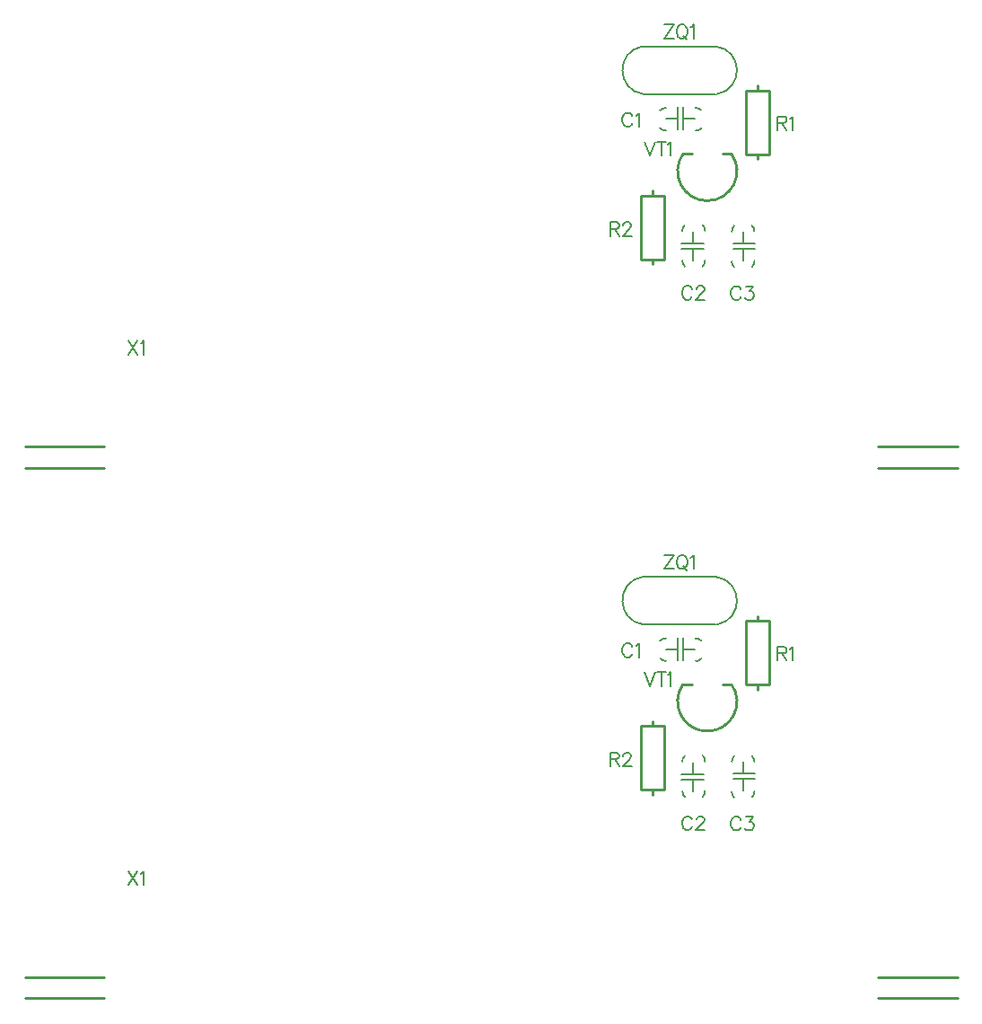
<source format=gto>
G04*
G04 #@! TF.GenerationSoftware,Altium Limited,Altium Designer,21.0.8 (223)*
G04*
G04 Layer_Color=65535*
%FSLAX44Y44*%
%MOMM*%
G71*
G04*
G04 #@! TF.SameCoordinates,78419CC2-0C4D-43F0-A895-43AD8DE1811A*
G04*
G04*
G04 #@! TF.FilePolarity,Positive*
G04*
G01*
G75*
%ADD14C,0.2540*%
%ADD26C,0.2000*%
%ADD27C,0.2500*%
%ADD28C,0.1500*%
D14*
X1137740Y316700D02*
X1212740D01*
X1137740Y336700D02*
X1212740D01*
X332740Y316700D02*
X407740D01*
X332740Y336700D02*
X407740D01*
X1137740Y816700D02*
X1212740D01*
X1137740Y836700D02*
X1212740D01*
X332740Y816700D02*
X407740D01*
X332740Y836700D02*
X407740D01*
D26*
X999584Y511394D02*
G03*
X1001871Y505909I6656J-444D01*
G01*
X1002027Y544935D02*
G03*
X999740Y539450I4369J-5041D01*
G01*
X1020896Y539506D02*
G03*
X1018609Y544991I-6656J444D01*
G01*
X1018769Y506258D02*
G03*
X1021030Y511754I-4393J5020D01*
G01*
X915490Y713950D02*
G03*
X916490Y668950I3733J-22428D01*
G01*
X985490D02*
G03*
X984490Y713950I-3733J22428D01*
G01*
X965571Y634519D02*
G03*
X971056Y636806I444J6656D01*
G01*
X932030Y636962D02*
G03*
X937515Y634675I5041J4369D01*
G01*
X937459Y655831D02*
G03*
X931974Y653544I-444J-6656D01*
G01*
X970707Y653704D02*
G03*
X965211Y655965I-5020J-4393D01*
G01*
X974396Y540006D02*
G03*
X972109Y545491I-6656J444D01*
G01*
X971953Y506465D02*
G03*
X974240Y511950I-4369J5041D01*
G01*
X953084Y511894D02*
G03*
X955371Y506409I6656J-444D01*
G01*
X955211Y545142D02*
G03*
X952950Y539646I4393J-5020D01*
G01*
X1010740Y512450D02*
Y522450D01*
X1000740Y523450D02*
X1021740D01*
X1000740Y528450D02*
X1021740D01*
X1010740Y529450D02*
Y539450D01*
X916490Y668950D02*
X984490D01*
X915490Y713950D02*
X984490D01*
X954515Y645675D02*
X964515D01*
X953515Y635675D02*
Y656675D01*
X948515Y635675D02*
Y656675D01*
X937515Y645675D02*
X947515D01*
X963240Y528950D02*
Y538950D01*
X952240Y527950D02*
X973240D01*
X952240Y522950D02*
X973240D01*
X963240Y511950D02*
Y521950D01*
X999584Y1011394D02*
G03*
X1001871Y1005909I6656J-444D01*
G01*
X1002027Y1044935D02*
G03*
X999740Y1039450I4369J-5041D01*
G01*
X1020896Y1039506D02*
G03*
X1018609Y1044991I-6656J444D01*
G01*
X1018769Y1006258D02*
G03*
X1021030Y1011754I-4393J5020D01*
G01*
X915490Y1213950D02*
G03*
X916490Y1168950I3733J-22428D01*
G01*
X985490D02*
G03*
X984490Y1213950I-3733J22428D01*
G01*
X965571Y1134519D02*
G03*
X971056Y1136806I444J6656D01*
G01*
X932030Y1136962D02*
G03*
X937515Y1134675I5041J4369D01*
G01*
X937459Y1155831D02*
G03*
X931974Y1153544I-444J-6656D01*
G01*
X970707Y1153704D02*
G03*
X965211Y1155965I-5020J-4393D01*
G01*
X974396Y1040006D02*
G03*
X972109Y1045491I-6656J444D01*
G01*
X971953Y1006465D02*
G03*
X974240Y1011950I-4369J5041D01*
G01*
X953084Y1011894D02*
G03*
X955371Y1006409I6656J-444D01*
G01*
X955211Y1045142D02*
G03*
X952950Y1039646I4393J-5020D01*
G01*
X1010740Y1012450D02*
Y1022450D01*
X1000740Y1023450D02*
X1021740D01*
X1000740Y1028450D02*
X1021740D01*
X1010740Y1029450D02*
Y1039450D01*
X916490Y1168950D02*
X984490D01*
X915490Y1213950D02*
X984490D01*
X954515Y1145675D02*
X964515D01*
X953515Y1135675D02*
Y1156675D01*
X948515Y1135675D02*
Y1156675D01*
X937515Y1145675D02*
X947515D01*
X963240Y1028950D02*
Y1038950D01*
X952240Y1027950D02*
X973240D01*
X952240Y1022950D02*
X973240D01*
X963240Y1011950D02*
Y1021950D01*
D27*
X953699Y612595D02*
G03*
X999379Y612598I22841J-16195D01*
G01*
X1024240Y672200D02*
Y676860D01*
X1013240Y672200D02*
X1035240D01*
X1013240Y612200D02*
Y672200D01*
Y612200D02*
X1035240D01*
Y672200D01*
X1024240Y607560D02*
Y612200D01*
X953699Y612595D02*
X962240Y612597D01*
X991240Y612598D02*
X999379Y612598D01*
X924740Y508540D02*
Y513200D01*
X913740D02*
X935740D01*
Y573200D01*
X913740D02*
X935740D01*
X913740Y513200D02*
Y573200D01*
X924740D02*
Y577840D01*
X953699Y1112595D02*
G03*
X999379Y1112598I22841J-16195D01*
G01*
X1024240Y1172200D02*
Y1176860D01*
X1013240Y1172200D02*
X1035240D01*
X1013240Y1112200D02*
Y1172200D01*
Y1112200D02*
X1035240D01*
Y1172200D01*
X1024240Y1107560D02*
Y1112200D01*
X953699Y1112595D02*
X962240Y1112597D01*
X991240Y1112598D02*
X999379Y1112598D01*
X924740Y1008540D02*
Y1013200D01*
X913740D02*
X935740D01*
Y1073200D01*
X913740D02*
X935740D01*
X913740Y1013200D02*
Y1073200D01*
X924740D02*
Y1077840D01*
D28*
X1008274Y484853D02*
X1007655Y486091D01*
X1006417Y487328D01*
X1005179Y487947D01*
X1002703D01*
X1001466Y487328D01*
X1000228Y486091D01*
X999609Y484853D01*
X998990Y482996D01*
Y479901D01*
X999609Y478045D01*
X1000228Y476807D01*
X1001466Y475569D01*
X1002703Y474950D01*
X1005179D01*
X1006417Y475569D01*
X1007655Y476807D01*
X1008274Y478045D01*
X1013163Y487947D02*
X1019971D01*
X1016258Y482996D01*
X1018114D01*
X1019352Y482377D01*
X1019971Y481758D01*
X1020590Y479901D01*
Y478663D01*
X1019971Y476807D01*
X1018733Y475569D01*
X1016877Y474950D01*
X1015020D01*
X1013163Y475569D01*
X1012544Y476188D01*
X1011925Y477426D01*
X1042740Y647947D02*
Y634950D01*
Y647947D02*
X1048310D01*
X1050167Y647328D01*
X1050786Y646709D01*
X1051405Y645472D01*
Y644234D01*
X1050786Y642996D01*
X1050167Y642377D01*
X1048310Y641758D01*
X1042740D01*
X1047072D02*
X1051405Y634950D01*
X1054314Y645472D02*
X1055552Y646090D01*
X1057408Y647947D01*
Y634950D01*
X884990Y548197D02*
Y535200D01*
Y548197D02*
X890560D01*
X892417Y547578D01*
X893036Y546959D01*
X893655Y545722D01*
Y544484D01*
X893036Y543246D01*
X892417Y542627D01*
X890560Y542008D01*
X884990D01*
X889322D02*
X893655Y535200D01*
X897183Y545103D02*
Y545722D01*
X897802Y546959D01*
X898420Y547578D01*
X899658Y548197D01*
X902134D01*
X903372Y547578D01*
X903991Y546959D01*
X904610Y545722D01*
Y544484D01*
X903991Y543246D01*
X902753Y541389D01*
X896564Y535200D01*
X905229D01*
X905774Y648103D02*
X905155Y649341D01*
X903917Y650578D01*
X902679Y651197D01*
X900203D01*
X898966Y650578D01*
X897728Y649341D01*
X897109Y648103D01*
X896490Y646246D01*
Y643151D01*
X897109Y641295D01*
X897728Y640057D01*
X898966Y638819D01*
X900203Y638200D01*
X902679D01*
X903917Y638819D01*
X905155Y640057D01*
X905774Y641295D01*
X909425Y648722D02*
X910663Y649341D01*
X912520Y651197D01*
Y638200D01*
X962024Y485103D02*
X961405Y486340D01*
X960167Y487578D01*
X958929Y488197D01*
X956453D01*
X955216Y487578D01*
X953978Y486340D01*
X953359Y485103D01*
X952740Y483246D01*
Y480151D01*
X953359Y478295D01*
X953978Y477057D01*
X955216Y475819D01*
X956453Y475200D01*
X958929D01*
X960167Y475819D01*
X961405Y477057D01*
X962024Y478295D01*
X966294Y485103D02*
Y485722D01*
X966913Y486959D01*
X967532Y487578D01*
X968770Y488197D01*
X971246D01*
X972483Y487578D01*
X973102Y486959D01*
X973721Y485722D01*
Y484484D01*
X973102Y483246D01*
X971864Y481389D01*
X965675Y475200D01*
X974340D01*
X430540Y436441D02*
X439205Y423444D01*
Y436441D02*
X430540Y423444D01*
X442114Y433966D02*
X443352Y434585D01*
X445208Y436441D01*
Y423444D01*
X917240Y623947D02*
X922191Y610950D01*
X927143Y623947D02*
X922191Y610950D01*
X933146Y623947D02*
Y610950D01*
X928814Y623947D02*
X937478D01*
X939026Y621472D02*
X940264Y622090D01*
X942120Y623947D01*
Y610950D01*
X944905Y734447D02*
X936240Y721450D01*
Y734447D02*
X944905D01*
X936240Y721450D02*
X944905D01*
X951527Y734447D02*
X950289Y733828D01*
X949052Y732590D01*
X948433Y731353D01*
X947814Y729496D01*
Y726401D01*
X948433Y724545D01*
X949052Y723307D01*
X950289Y722069D01*
X951527Y721450D01*
X954003D01*
X955241Y722069D01*
X956479Y723307D01*
X957097Y724545D01*
X957716Y726401D01*
Y729496D01*
X957097Y731353D01*
X956479Y732590D01*
X955241Y733828D01*
X954003Y734447D01*
X951527D01*
X953384Y723926D02*
X957097Y720212D01*
X960749Y731972D02*
X961987Y732590D01*
X963844Y734447D01*
Y721450D01*
X1008274Y984853D02*
X1007655Y986090D01*
X1006417Y987328D01*
X1005179Y987947D01*
X1002703D01*
X1001466Y987328D01*
X1000228Y986090D01*
X999609Y984853D01*
X998990Y982996D01*
Y979901D01*
X999609Y978045D01*
X1000228Y976807D01*
X1001466Y975569D01*
X1002703Y974950D01*
X1005179D01*
X1006417Y975569D01*
X1007655Y976807D01*
X1008274Y978045D01*
X1013163Y987947D02*
X1019971D01*
X1016258Y982996D01*
X1018114D01*
X1019352Y982377D01*
X1019971Y981758D01*
X1020590Y979901D01*
Y978663D01*
X1019971Y976807D01*
X1018733Y975569D01*
X1016877Y974950D01*
X1015020D01*
X1013163Y975569D01*
X1012544Y976188D01*
X1011925Y977426D01*
X1042740Y1147947D02*
Y1134950D01*
Y1147947D02*
X1048310D01*
X1050167Y1147328D01*
X1050786Y1146709D01*
X1051405Y1145471D01*
Y1144234D01*
X1050786Y1142996D01*
X1050167Y1142377D01*
X1048310Y1141758D01*
X1042740D01*
X1047072D02*
X1051405Y1134950D01*
X1054314Y1145471D02*
X1055552Y1146090D01*
X1057408Y1147947D01*
Y1134950D01*
X884990Y1048197D02*
Y1035200D01*
Y1048197D02*
X890560D01*
X892417Y1047578D01*
X893036Y1046959D01*
X893655Y1045722D01*
Y1044484D01*
X893036Y1043246D01*
X892417Y1042627D01*
X890560Y1042008D01*
X884990D01*
X889322D02*
X893655Y1035200D01*
X897183Y1045103D02*
Y1045722D01*
X897802Y1046959D01*
X898420Y1047578D01*
X899658Y1048197D01*
X902134D01*
X903372Y1047578D01*
X903991Y1046959D01*
X904610Y1045722D01*
Y1044484D01*
X903991Y1043246D01*
X902753Y1041389D01*
X896564Y1035200D01*
X905229D01*
X905774Y1148103D02*
X905155Y1149341D01*
X903917Y1150578D01*
X902679Y1151197D01*
X900203D01*
X898966Y1150578D01*
X897728Y1149341D01*
X897109Y1148103D01*
X896490Y1146246D01*
Y1143151D01*
X897109Y1141295D01*
X897728Y1140057D01*
X898966Y1138819D01*
X900203Y1138200D01*
X902679D01*
X903917Y1138819D01*
X905155Y1140057D01*
X905774Y1141295D01*
X909425Y1148722D02*
X910663Y1149341D01*
X912520Y1151197D01*
Y1138200D01*
X962024Y985103D02*
X961405Y986340D01*
X960167Y987578D01*
X958929Y988197D01*
X956453D01*
X955216Y987578D01*
X953978Y986340D01*
X953359Y985103D01*
X952740Y983246D01*
Y980151D01*
X953359Y978295D01*
X953978Y977057D01*
X955216Y975819D01*
X956453Y975200D01*
X958929D01*
X960167Y975819D01*
X961405Y977057D01*
X962024Y978295D01*
X966294Y985103D02*
Y985722D01*
X966913Y986959D01*
X967532Y987578D01*
X968770Y988197D01*
X971246D01*
X972483Y987578D01*
X973102Y986959D01*
X973721Y985722D01*
Y984484D01*
X973102Y983246D01*
X971864Y981389D01*
X965675Y975200D01*
X974340D01*
X430540Y936441D02*
X439205Y923444D01*
Y936441D02*
X430540Y923444D01*
X442114Y933966D02*
X443352Y934585D01*
X445208Y936441D01*
Y923444D01*
X917240Y1123947D02*
X922191Y1110950D01*
X927143Y1123947D02*
X922191Y1110950D01*
X933146Y1123947D02*
Y1110950D01*
X928814Y1123947D02*
X937478D01*
X939026Y1121471D02*
X940264Y1122091D01*
X942120Y1123947D01*
Y1110950D01*
X944905Y1234447D02*
X936240Y1221450D01*
Y1234447D02*
X944905D01*
X936240Y1221450D02*
X944905D01*
X951527Y1234447D02*
X950289Y1233828D01*
X949052Y1232590D01*
X948433Y1231353D01*
X947814Y1229496D01*
Y1226401D01*
X948433Y1224545D01*
X949052Y1223307D01*
X950289Y1222069D01*
X951527Y1221450D01*
X954003D01*
X955241Y1222069D01*
X956479Y1223307D01*
X957097Y1224545D01*
X957716Y1226401D01*
Y1229496D01*
X957097Y1231353D01*
X956479Y1232590D01*
X955241Y1233828D01*
X954003Y1234447D01*
X951527D01*
X953384Y1223926D02*
X957097Y1220212D01*
X960749Y1231972D02*
X961987Y1232590D01*
X963844Y1234447D01*
Y1221450D01*
M02*

</source>
